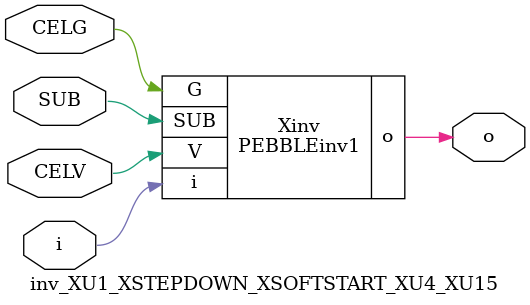
<source format=v>



module PEBBLEinv1 ( o, G, SUB, V, i );

  input V;
  input i;
  input G;
  output o;
  input SUB;
endmodule

//Celera Confidential Do Not Copy inv_XU1_XSTEPDOWN_XSOFTSTART_XU4_XU15
//Celera Confidential Symbol Generator
//5V Inverter
module inv_XU1_XSTEPDOWN_XSOFTSTART_XU4_XU15 (CELV,CELG,i,o,SUB);
input CELV;
input CELG;
input i;
input SUB;
output o;

//Celera Confidential Do Not Copy inv
PEBBLEinv1 Xinv(
.V (CELV),
.i (i),
.o (o),
.SUB (SUB),
.G (CELG)
);
//,diesize,PEBBLEinv1

//Celera Confidential Do Not Copy Module End
//Celera Schematic Generator
endmodule

</source>
